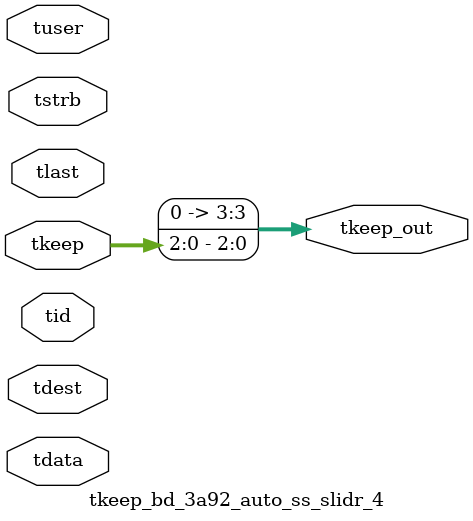
<source format=v>


`timescale 1ps/1ps

module tkeep_bd_3a92_auto_ss_slidr_4 #
(
parameter C_S_AXIS_TDATA_WIDTH = 32,
parameter C_S_AXIS_TUSER_WIDTH = 0,
parameter C_S_AXIS_TID_WIDTH   = 0,
parameter C_S_AXIS_TDEST_WIDTH = 0,
parameter C_M_AXIS_TDATA_WIDTH = 32
)
(
input  [(C_S_AXIS_TDATA_WIDTH == 0 ? 1 : C_S_AXIS_TDATA_WIDTH)-1:0     ] tdata,
input  [(C_S_AXIS_TUSER_WIDTH == 0 ? 1 : C_S_AXIS_TUSER_WIDTH)-1:0     ] tuser,
input  [(C_S_AXIS_TID_WIDTH   == 0 ? 1 : C_S_AXIS_TID_WIDTH)-1:0       ] tid,
input  [(C_S_AXIS_TDEST_WIDTH == 0 ? 1 : C_S_AXIS_TDEST_WIDTH)-1:0     ] tdest,
input  [(C_S_AXIS_TDATA_WIDTH/8)-1:0 ] tkeep,
input  [(C_S_AXIS_TDATA_WIDTH/8)-1:0 ] tstrb,
input                                                                    tlast,
output [(C_M_AXIS_TDATA_WIDTH/8)-1:0 ] tkeep_out
);

assign tkeep_out = {tkeep[2:0]};

endmodule


</source>
